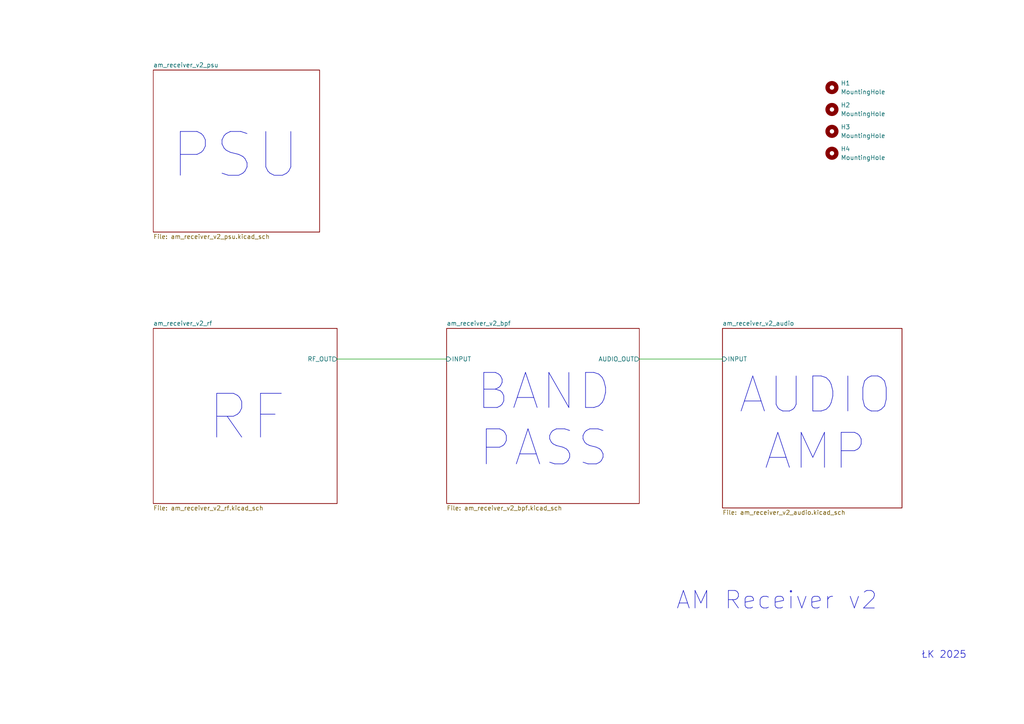
<source format=kicad_sch>
(kicad_sch (version 20231120) (generator "eeschema") (generator_version "8.0")
  (paper "A4")
  (lib_symbols
    (symbol "Mechanical:MountingHole" (pin_names (offset 1.016)) (exclude_from_sim yes) (in_bom no)
      (property "Reference" "H" (at 0 5.08 0))
      (property "Value" "MountingHole" (at 0 3.175 0))
      (symbol "MountingHole_0_1"
        (circle (center 0 0) (radius 1.27) (stroke (width 1.27)))
      )
    )
  )
  (wire (pts (xy 185.42 104.14) (xy 209.55 104.14)))
  (wire (pts (xy 97.79 104.14) (xy 129.54 104.14)))
  (text "PSU" (at 68.326 45.212 0) (effects (font (size 12.7 12.7))))
  (text "ŁK 2025" (at 273.812 189.992 0) (effects (font (size 2.032 2.032))))
  (text "AUDIO\nAMP" (at 236.474 122.936 0) (effects (font (size 10.16 10.16))))
  (text "RF" (at 71.628 121.158 0) (effects (font (size 12.7 12.7))))
  (text "AM Receiver v2" (at 225.298 174.244 0) (effects (font (size 5.08 5.08))))
  (text "BAND\nPASS" (at 157.734 121.92 0) (effects (font (size 10.16 10.16))))
  (symbol (lib_id "Mechanical:MountingHole") (at 241.3 25.4 0) (unit 1) (exclude_from_sim yes) (in_bom no)
    (property "Reference" "H1" (at 243.84 24.1299 0) (effects (justify left)))
    (property "Value" "MountingHole" (at 243.84 26.6699 0) (effects (justify left)))
    (property "Footprint" "MountingHole:MountingHole_3.2mm_M3_DIN965" (effects (hide yes)))
    (property "Description" "Mounting Hole without connection" (effects (hide yes)))
  )
  (symbol (lib_id "Mechanical:MountingHole") (at 241.3 31.75 0) (unit 1) (exclude_from_sim yes) (in_bom no)
    (property "Reference" "H2" (at 243.84 30.4799 0) (effects (justify left)))
    (property "Value" "MountingHole" (at 243.84 33.0199 0) (effects (justify left)))
    (property "Footprint" "MountingHole:MountingHole_3.2mm_M3_DIN965" (effects (hide yes)))
    (property "Description" "Mounting Hole without connection" (effects (hide yes)))
  )
  (symbol (lib_id "Mechanical:MountingHole") (at 241.3 38.1 0) (unit 1) (exclude_from_sim yes) (in_bom no)
    (property "Reference" "H3" (at 243.84 36.8299 0) (effects (justify left)))
    (property "Value" "MountingHole" (at 243.84 39.3699 0) (effects (justify left)))
    (property "Footprint" "MountingHole:MountingHole_3.2mm_M3_DIN965" (effects (hide yes)))
    (property "Description" "Mounting Hole without connection" (effects (hide yes)))
  )
  (symbol (lib_id "Mechanical:MountingHole") (at 241.3 44.45 0) (unit 1) (exclude_from_sim yes) (in_bom no)
    (property "Reference" "H4" (at 243.84 43.1799 0) (effects (justify left)))
    (property "Value" "MountingHole" (at 243.84 45.7199 0) (effects (justify left)))
    (property "Footprint" "MountingHole:MountingHole_3.2mm_M3_DIN965" (effects (hide yes)))
    (property "Description" "Mounting Hole without connection" (effects (hide yes)))
  )
  (sheet (at 129.54 95.25) (size 55.88 50.8) (stroke (width 0.1524))
    (property "Sheetname" "am_receiver_v2_bpf" (at 129.54 94.5384 0) (effects (justify left bottom)))
    (property "Sheetfile" "am_receiver_v2_bpf.kicad_sch" (at 129.54 146.6346 0) (effects (justify left top)))
    (pin "INPUT" input (at 129.54 104.14 180))
    (pin "AUDIO_OUT" output (at 185.42 104.14 0))
  )
  (sheet (at 209.55 95.25) (size 52.07 52.07) (stroke (width 0.1524))
    (property "Sheetname" "am_receiver_v2_audio" (at 209.55 94.5384 0) (effects (justify left bottom)))
    (property "Sheetfile" "am_receiver_v2_audio.kicad_sch" (at 209.55 147.9046 0) (effects (justify left top)))
    (pin "INPUT" input (at 209.55 104.14 180))
  )
  (sheet (at 44.45 20.32) (size 48.26 46.99) (stroke (width 0.1524))
    (property "Sheetname" "am_receiver_v2_psu" (at 44.45 19.6084 0) (effects (justify left bottom)))
    (property "Sheetfile" "am_receiver_v2_psu.kicad_sch" (at 44.45 67.8946 0) (effects (justify left top)))
  )
  (sheet (at 44.45 95.25) (size 53.34 50.8) (stroke (width 0.1524))
    (property "Sheetname" "am_receiver_v2_rf" (at 44.45 94.5384 0) (effects (justify left bottom)))
    (property "Sheetfile" "am_receiver_v2_rf.kicad_sch" (at 44.45 146.6346 0) (effects (justify left top)))
    (pin "RF_OUT" output (at 97.79 104.14 0))
  )
)
</source>
